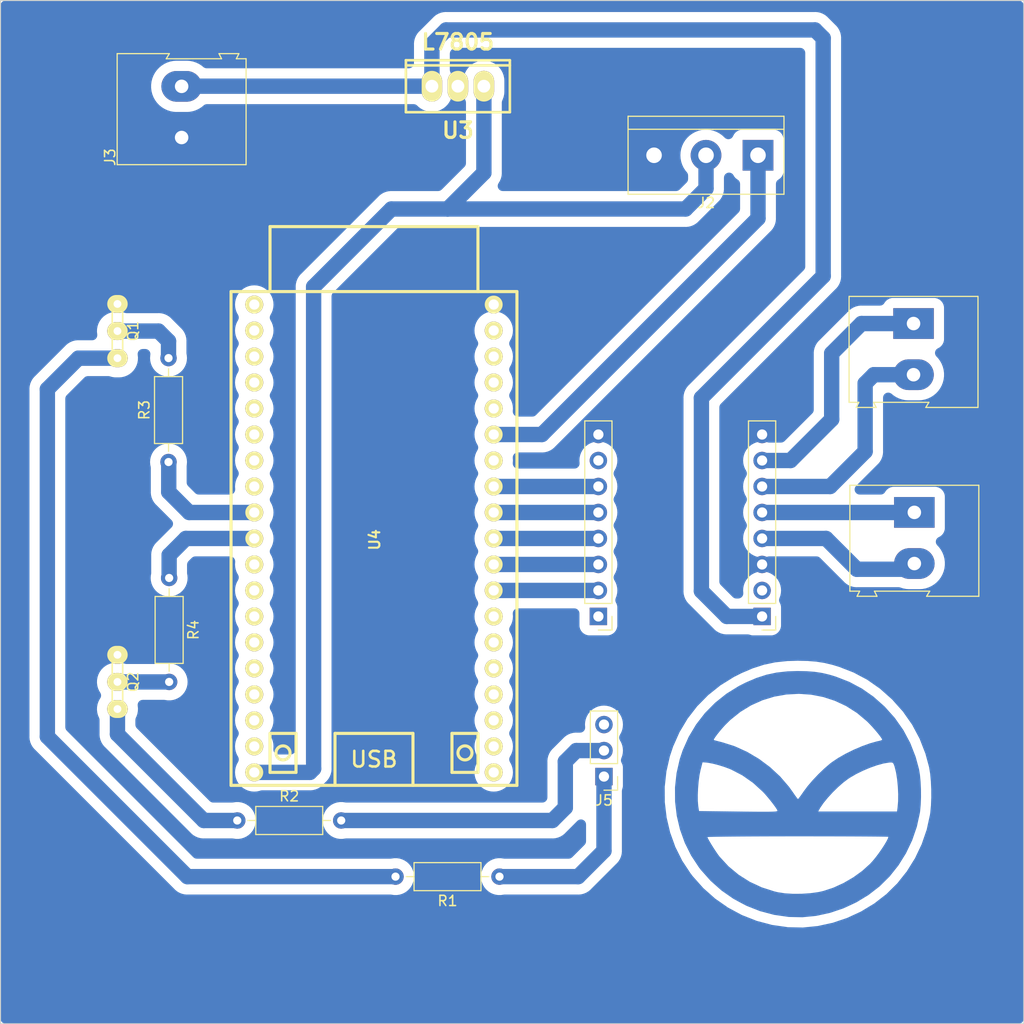
<source format=kicad_pcb>
(kicad_pcb (version 20221018) (generator pcbnew)
  (layers (0 "F.Cu" signal) (31 "B.Cu" signal) (34 "B.Paste" user) (35 "F.Paste" user) (36 "B.SilkS" user "B.Silkscreen") (37 "F.SilkS" user "F.Silkscreen") (38 "B.Mask" user) (39 "F.Mask" user) (44 "Edge.Cuts" user))
  (net 0 "")
  (net 1 "GND")
  (net 2 "/5v")
  (net 3 "/MO1")
  (net 4 "/MO2")
  (net 5 "/MO3")
  (net 14 "/MO4")
  (net 15 "/LED1")
  (net 16 "/LED2")
  (net 31 "/MA1")
  (net 36 "/LED3")
  (net 38 "/Vcc")
  (net 39 "/Servo")
  (net 40 "/MA2")
  (net 41 "/STBY")
  (net 42 "/MB1")
  (net 43 "/MB2")
  (net 46 "/LedS1")
  (net 47 "/LedS2")
  (net 48 "/LedS3")
  (net 49 "Net-(Q1-C)")
  (net 50 "Net-(Q2-C)")
  (net 51 "Net-(Q1-B)")
  (net 52 "Net-(Q2-B)")
  (footprint "EESTN5:ESP32_DEVKITC" (layer "F.Cu") (at 117.3 109.7 -90)
    (fp_text reference "U4" (at 0.127 -0.0635 90) (layer "F.SilkS") (effects (font (size 1.016 1.016) (thickness 0.2032))))
    (fp_text value "ESP32_DEVKITC" hide)
    (fp_text user "USB" (at 21.59 0) (layer "F.SilkS") (effects (font (size 1.524 1.524) (thickness 0.254))))
    (fp_line (start -30.48 -10.16) (end -30.48 10.16) (stroke (width 0.3048)) (layer "F.SilkS"))
    (fp_line (start -30.48 -10.16) (end -24.13 -10.16) (stroke (width 0.3048)) (layer "F.SilkS"))
    (fp_line (start -30.48 10.16) (end -24.13 10.16) (stroke (width 0.3048)) (layer "F.SilkS"))
    (fp_line (start -24.13 -13.97) (end -24.13 13.97) (stroke (width 0.3048)) (layer "F.SilkS"))
    (fp_line (start -24.13 -13.97) (end 24.13 -13.97) (stroke (width 0.3048)) (layer "F.SilkS"))
    (fp_line (start 19.05 -10.16) (end 19.05 -7.62) (stroke (width 0.3048)) (layer "F.SilkS"))
    (fp_line (start 19.05 -7.62) (end 22.86 -7.62) (stroke (width 0.3048)) (layer "F.SilkS"))
    (fp_line (start 19.05 -3.81) (end 19.05 3.81) (stroke (width 0.3048)) (layer "F.SilkS"))
    (fp_line (start 19.05 3.81) (end 24.13 3.81) (stroke (width 0.3048)) (layer "F.SilkS"))
    (fp_line (start 19.05 7.62) (end 22.86 7.62) (stroke (width 0.3048)) (layer "F.SilkS"))
    (fp_line (start 19.05 10.16) (end 19.05 7.62) (stroke (width 0.3048)) (layer "F.SilkS"))
    (fp_line (start 22.86 -10.16) (end 19.05 -10.16) (stroke (width 0.3048)) (layer "F.SilkS"))
    (fp_line (start 22.86 -7.62) (end 22.86 -10.16) (stroke (width 0.3048)) (layer "F.SilkS"))
    (fp_line (start 22.86 7.62) (end 22.86 10.16) (stroke (width 0.3048)) (layer "F.SilkS"))
    (fp_line (start 22.86 10.16) (end 19.05 10.16) (stroke (width 0.3048)) (layer "F.SilkS"))
    (fp_line (start 24.13 -3.81) (end 19.05 -3.81) (stroke (width 0.3048)) (layer "F.SilkS"))
    (fp_line (start 24.13 13.97) (end -24.13 13.97) (stroke (width 0.3048)) (layer "F.SilkS"))
    (fp_line (start 24.13 13.97) (end 24.13 -13.97) (stroke (width 0.3048)) (layer "F.SilkS"))
    (fp_circle (center 20.955 -8.89) (end 21.5265 -8.509) (stroke (width 0.3048)) (fill none) (layer "F.SilkS"))
    (fp_circle (center 20.955 8.89) (end 21.5265 9.271) (stroke (width 0.3048)) (fill none) (layer "F.SilkS"))
    (pad "1" thru_hole circle (at -22.86 11.7 270) (size 1.75 1.75) (drill 1) (layers "*.Cu" "*.Mask" "F.SilkS"))
    (pad "2" thru_hole circle (at -20.32 11.7 270) (size 1.75 1.75) (drill 1) (layers "*.Cu" "*.Mask" "F.SilkS"))
    (pad "3" thru_hole circle (at -17.78 11.7 270) (size 1.75 1.75) (drill 1) (layers "*.Cu" "*.Mask" "F.SilkS"))
    (pad "4" thru_hole circle (at -15.24 11.7 270) (size 1.75 1.75) (drill 1) (layers "*.Cu" "*.Mask" "F.SilkS"))
    (pad "5" thru_hole circle (at -12.7 11.7 270) (size 1.75 1.75) (drill 1) (layers "*.Cu" "*.Mask" "F.SilkS"))
    (pad "6" thru_hole circle (at -10.16 11.7 270) (size 1.75 1.75) (drill 1) (layers "*.Cu" "*.Mask" "F.SilkS"))
    (pad "7" thru_hole circle (at -7.62 11.7 270) (size 1.75 1.75) (drill 1) (layers "*.Cu" "*.Mask" "F.SilkS"))
    (pad "8" thru_hole circle (at -5.08 11.7 270) (size 1.75 1.75) (drill 1) (layers "*.Cu" "*.Mask" "F.SilkS"))
    (pad "9" thru_hole circle (at -2.54 11.7 270) (size 1.75 1.75) (drill 1) (layers "*.Cu" "*.Mask" "F.SilkS") (net 15 "/LED1"))
    (pad "10" thru_hole circle (at 0 11.7 270) (size 1.75 1.75) (drill 1) (layers "*.Cu" "*.Mask" "F.SilkS") (net 16 "/LED2"))
    (pad "11" thru_hole circle (at 2.54 11.7 270) (size 1.75 1.75) (drill 1) (layers "*.Cu" "*.Mask" "F.SilkS") (net 36 "/LED3"))
    (pad "12" thru_hole circle (at 5.08 11.7 270) (size 1.75 1.75) (drill 1) (layers "*.Cu" "*.Mask" "F.SilkS"))
    (pad "13" thru_hole circle (at 7.62 11.7 270) (size 1.75 1.75) (drill 1) (layers "*.Cu" "*.Mask" "F.SilkS"))
    (pad "14" thru_hole circle (at 10.16 11.7 270) (size 1.75 1.75) (drill 1) (layers "*.Cu" "*.Mask" "F.SilkS"))
    (pad "15" thru_hole circle (at 12.7 11.7 270) (size 1.75 1.75) (drill 1) (layers "*.Cu" "*.Mask" "F.SilkS"))
    (pad "16" thru_hole circle (at 15.24 11.7 270) (size 1.75 1.75) (drill 1) (layers "*.Cu" "*.Mask" "F.SilkS"))
    (pad "17" thru_hole circle (at 17.78 11.7 270) (size 1.75 1.75) (drill 1) (layers "*.Cu" "*.Mask" "F.SilkS"))
    (pad "18" thru_hole circle (at 20.32 11.7 270) (size 1.75 1.75) (drill 1) (layers "*.Cu" "*.Mask" "F.SilkS"))
    (pad "19" thru_hole circle (at 22.86 11.7 270) (size 1.75 1.75) (drill 1) (layers "*.Cu" "*.Mask" "F.SilkS") (net 2 "/5v"))
    (pad "20" thru_hole circle (at 22.86 -11.7 90) (size 1.75 1.75) (drill 1) (layers "*.Cu" "*.Mask" "F.SilkS"))
    (pad "21" thru_hole circle (at 20.32 -11.7 90) (size 1.75 1.75) (drill 1) (layers "*.Cu" "*.Mask" "F.SilkS"))
    (pad "22" thru_hole circle (at 17.78 -11.7 90) (size 1.75 1.75) (drill 1) (layers "*.Cu" "*.Mask" "F.SilkS"))
    (pad "23" thru_hole circle (at 15.24 -11.7 90) (size 1.75 1.75) (drill 1) (layers "*.Cu" "*.Mask" "F.SilkS"))
    (pad "24" thru_hole circle (at 12.7 -11.7 90) (size 1.75 1.75) (drill 1) (layers "*.Cu" "*.Mask" "F.SilkS"))
    (pad "25" thru_hole circle (at 10.16 -11.7 90) (size 1.75 1.75) (drill 1) (layers "*.Cu" "*.Mask" "F.SilkS"))
    (pad "26" thru_hole circle (at 7.62 -11.7 90) (size 1.75 1.75) (drill 1) (layers "*.Cu" "*.Mask" "F.SilkS"))
    (pad "27" thru_hole circle (at 5.08 -11.7 90) (size 1.75 1.75) (drill 1) (layers "*.Cu" "*.Mask" "F.SilkS") (net 40 "/MA2"))
    (pad "28" thru_hole circle (at 2.54 -11.7 90) (size 1.75 1.75) (drill 1) (layers "*.Cu" "*.Mask" "F.SilkS") (net 31 "/MA1"))
    (pad "29" thru_hole circle (at 0 -11.7 90) (size 1.75 1.75) (drill 1) (layers "*.Cu" "*.Mask" "F.SilkS") (net 41 "/STBY"))
    (pad "30" thru_hole circle (at -2.54 -11.7 90) (size 1.75 1.75) (drill 1) (layers "*.Cu" "*.Mask" "F.SilkS") (net 42 "/MB1"))
    (pad "31" thru_hole circle (at -5.08 -11.7 90) (size 1.75 1.75) (drill 1) (layers "*.Cu" "*.Mask" "F.SilkS") (net 43 "/MB2"))
    (pad "32" thru_hole circle (at -7.62 -11.7 90) (size 1.75 1.75) (drill 1) (layers "*.Cu" "*.Mask" "F.SilkS"))
    (pad "33" thru_hole circle (at -10.16 -11.7 90) (size 1.75 1.75) (drill 1) (layers "*.Cu" "*.Mask" "F.SilkS") (net 39 "/Servo"))
    (pad "34" thru_hole circle (at -12.7 -11.7 90) (size 1.75 1.75) (drill 1) (layers "*.Cu" "*.Mask" "F.SilkS"))
    (pad "35" thru_hole circle (at -15.24 -11.7 90) (size 1.75 1.75) (drill 1) (layers "*.Cu" "*.Mask" "F.SilkS"))
    (pad "36" thru_hole circle (at -17.78 -11.7 90) (size 1.75 1.75) (drill 1) (layers "*.Cu" "*.Mask" "F.SilkS"))
    (pad "37" thru_hole circle (at -20.32 -11.7 90) (size 1.75 1.75) (drill 1) (layers "*.Cu" "*.Mask" "F.SilkS"))
    (pad "38" thru_hole circle (at -22.86 -11.7 90) (size 1.75 1.75) (drill 1) (layers "*.Cu" "*.Mask" "F.SilkS") (net 1 "GND"))
  )
  (footprint "EESTN5:TO-20" (layer "F.Cu") (at 92.23 89.43 90)
    (fp_text reference "Q1" (at 0 1.524 90) (layer "F.SilkS"))
    (fp_text value "BC548")
    (fp_line (start -3.048 -0.508) (end 3.048 -0.508) (stroke (width 0.15)) (layer "F.SilkS"))
    (fp_line (start -3.048 0.508) (end -3.048 -0.508) (stroke (width 0.15)) (layer "F.SilkS"))
    (fp_line (start 3.048 -0.508) (end 3.048 0.508) (stroke (width 0.15)) (layer "F.SilkS"))
    (fp_line (start 3.048 0.508) (end -3.048 0.508) (stroke (width 0.15)) (layer "F.SilkS"))
    (pad "1" thru_hole oval (at -2.65 0 90) (size 1.75 2) (drill 0.762) (layers "*.Cu" "*.Mask" "F.SilkS") (net 49 "Net-(Q1-C)"))
    (pad "2" thru_hole oval (at 0 0 90) (size 1.75 2) (drill 0.762) (layers "*.Cu" "*.Mask" "F.SilkS") (net 51 "Net-(Q1-B)"))
    (pad "3" thru_hole oval (at 2.65 0 90) (size 1.75 2) (drill 0.762) (layers "*.Cu" "*.Mask" "F.SilkS") (net 1 "GND"))
  )
  (footprint "TerminalBlock:TerminalBlock_Altech_AK300-2_P5.00mm" (layer "F.Cu") (at 170.11 107.15 -90)
    (fp_text reference "J4" hide)
    (fp_text value "Motor2")
    (fp_line (start -2.65 -6.3) (end -2.65 6.3) (stroke (width 0.12)) (layer "F.SilkS"))
    (fp_line (start -2.65 6.3) (end 7.7 6.3) (stroke (width 0.12)) (layer "F.SilkS"))
    (fp_line (start 7.7 -1.5) (end 8.2 -1.2) (stroke (width 0.12)) (layer "F.SilkS"))
    (fp_line (start 7.7 3.9) (end 7.7 -1.5) (stroke (width 0.12)) (layer "F.SilkS"))
    (fp_line (start 7.7 5.35) (end 8.2 5.6) (stroke (width 0.12)) (layer "F.SilkS"))
    (fp_line (start 7.7 6.3) (end 7.7 5.35) (stroke (width 0.12)) (layer "F.SilkS"))
    (fp_line (start 8.2 -6.3) (end -2.65 -6.3) (stroke (width 0.12)) (layer "F.SilkS"))
    (fp_line (start 8.2 -1.2) (end 8.2 -6.3) (stroke (width 0.12)) (layer "F.SilkS"))
    (fp_line (start 8.2 3.65) (end 7.7 3.9) (stroke (width 0.12)) (layer "F.SilkS"))
    (fp_line (start 8.2 3.7) (end 8.2 3.65) (stroke (width 0.12)) (layer "F.SilkS"))
    (fp_line (start 8.2 5.6) (end 8.2 3.7) (stroke (width 0.12)) (layer "F.SilkS"))
    (pad "1" thru_hole rect (at 0 0 270) (size 3 3.96) (drill 1.32) (layers "*.Cu" "*.Mask") (net 4 "/MO2"))
    (pad "2" thru_hole oval (at 5 0 270) (size 3 3.96) (drill 1.32) (layers "*.Cu" "*.Mask") (net 3 "/MO1"))
  )
  (footprint "EESTN5:TO-20" (layer "F.Cu") (at 92.23 123.72 90)
    (fp_text reference "Q2" (at 0 1.524 90) (layer "F.SilkS"))
    (fp_text value "BC548")
    (fp_line (start -3.048 -0.508) (end 3.048 -0.508) (stroke (width 0.15)) (layer "F.SilkS"))
    (fp_line (start -3.048 0.508) (end -3.048 -0.508) (stroke (width 0.15)) (layer "F.SilkS"))
    (fp_line (start 3.048 -0.508) (end 3.048 0.508) (stroke (width 0.15)) (layer "F.SilkS"))
    (fp_line (start 3.048 0.508) (end -3.048 0.508) (stroke (width 0.15)) (layer "F.SilkS"))
    (pad "1" thru_hole oval (at -2.65 0 90) (size 1.75 2) (drill 0.762) (layers "*.Cu" "*.Mask" "F.SilkS") (net 50 "Net-(Q2-C)"))
    (pad "2" thru_hole oval (at 0 0 90) (size 1.75 2) (drill 0.762) (layers "*.Cu" "*.Mask" "F.SilkS") (net 52 "Net-(Q2-B)"))
    (pad "3" thru_hole oval (at 2.65 0 90) (size 1.75 2) (drill 0.762) (layers "*.Cu" "*.Mask" "F.SilkS") (net 1 "GND"))
  )
  (footprint "Resistor_THT:R_Axial_DIN0207_L6.3mm_D2.5mm_P10.16mm_Horizontal" (layer "F.Cu") (at 129.5654 142.748 180)
    (fp_text reference "R1" (at 5.08 -2.37) (layer "F.SilkS"))
    (fp_text value "R_Led")
    (fp_line (start 1.04 0) (end 1.81 0) (stroke (width 0.12)) (layer "F.SilkS"))
    (fp_line (start 1.81 -1.37) (end 1.81 1.37) (stroke (width 0.12)) (layer "F.SilkS"))
    (fp_line (start 1.81 1.37) (end 8.35 1.37) (stroke (width 0.12)) (layer "F.SilkS"))
    (fp_line (start 8.35 -1.37) (end 1.81 -1.37) (stroke (width 0.12)) (layer "F.SilkS"))
    (fp_line (start 8.35 1.37) (end 8.35 -1.37) (stroke (width 0.12)) (layer "F.SilkS"))
    (fp_line (start 9.12 0) (end 8.35 0) (stroke (width 0.12)) (layer "F.SilkS"))
    (pad "1" thru_hole circle (at 0 0 180) (size 1.6 1.6) (drill 0.8) (layers "*.Cu" "*.Mask") (net 46 "/LedS1"))
    (pad "2" thru_hole oval (at 10.16 0 180) (size 1.6 1.6) (drill 0.8) (layers "*.Cu" "*.Mask") (net 49 "Net-(Q1-C)"))
  )
  (footprint "Connector_PinHeader_2.54mm:PinHeader_1x03_P2.54mm_Vertical" (layer "F.Cu") (at 139.7762 132.969 180)
    (fp_text reference "J5" (at 0 -2.33) (layer "F.SilkS"))
    (fp_text value "SalidaLuces")
    (fp_line (start -1.33 -1.33) (end 0 -1.33) (stroke (width 0.12)) (layer "F.SilkS"))
    (fp_line (start -1.33 0) (end -1.33 -1.33) (stroke (width 0.12)) (layer "F.SilkS"))
    (fp_line (start -1.33 1.27) (end -1.33 6.41) (stroke (width 0.12)) (layer "F.SilkS"))
    (fp_line (start -1.33 1.27) (end 1.33 1.27) (stroke (width 0.12)) (layer "F.SilkS"))
    (fp_line (start -1.33 6.41) (end 1.33 6.41) (stroke (width 0.12)) (layer "F.SilkS"))
    (fp_line (start 1.33 1.27) (end 1.33 6.41) (stroke (width 0.12)) (layer "F.SilkS"))
    (pad "1" thru_hole rect (at 0 0 180) (size 1.7 1.7) (drill 1) (layers "*.Cu" "*.Mask") (net 46 "/LedS1"))
    (pad "2" thru_hole oval (at 0 2.54 180) (size 1.7 1.7) (drill 1) (layers "*.Cu" "*.Mask") (net 47 "/LedS2"))
    (pad "3" thru_hole oval (at 0 5.08 180) (size 1.7 1.7) (drill 1) (layers "*.Cu" "*.Mask") (net 48 "/LedS3"))
  )
  (footprint "TerminalBlock:TerminalBlock_Altech_AK300-2_P5.00mm" (layer "F.Cu") (at 98.5 70.515 90)
    (fp_text reference "J3" (at -1.92 -6.99 90) (layer "F.SilkS"))
    (fp_text value "BateriadeNotebook")
    (fp_line (start -2.65 -6.3) (end -2.65 6.3) (stroke (width 0.12)) (layer "F.SilkS"))
    (fp_line (start -2.65 6.3) (end 7.7 6.3) (stroke (width 0.12)) (layer "F.SilkS"))
    (fp_line (start 7.7 -1.5) (end 8.2 -1.2) (stroke (width 0.12)) (layer "F.SilkS"))
    (fp_line (start 7.7 3.9) (end 7.7 -1.5) (stroke (width 0.12)) (layer "F.SilkS"))
    (fp_line (start 7.7 5.35) (end 8.2 5.6) (stroke (width 0.12)) (layer "F.SilkS"))
    (fp_line (start 7.7 6.3) (end 7.7 5.35) (stroke (width 0.12)) (layer "F.SilkS"))
    (fp_line (start 8.2 -6.3) (end -2.65 -6.3) (stroke (width 0.12)) (layer "F.SilkS"))
    (fp_line (start 8.2 -1.2) (end 8.2 -6.3) (stroke (width 0.12)) (layer "F.SilkS"))
    (fp_line (start 8.2 3.65) (end 7.7 3.9) (stroke (width 0.12)) (layer "F.SilkS"))
    (fp_line (start 8.2 3.7) (end 8.2 3.65) (stroke (width 0.12)) (layer "F.SilkS"))
    (fp_line (start 8.2 5.6) (end 8.2 3.7) (stroke (width 0.12)) (layer "F.SilkS"))
    (pad "1" thru_hole rect (at 0 0 90) (size 3 3.96) (drill 1.32) (layers "*.Cu" "*.Mask") (net 1 "GND"))
    (pad "2" thru_hole oval (at 5 0 90) (size 3 3.96) (drill 1.32) (layers "*.Cu" "*.Mask") (net 38 "/Vcc"))
  )
  (footprint "TerminalBlock:TerminalBlock_bornier-3_P5.08mm" (layer "F.Cu") (at 154.83 72.25 180)
    (fp_text reference "J2" (at 5.05 -4.65) (layer "F.SilkS"))
    (fp_text value "Servo")
    (fp_line (start -2.54 -3.81) (end 12.7 -3.81) (stroke (width 0.12)) (layer "F.SilkS"))
    (fp_line (start -2.54 2.54) (end 12.7 2.54) (stroke (width 0.12)) (layer "F.SilkS"))
    (fp_line (start -2.54 3.81) (end -2.54 -3.81) (stroke (width 0.12)) (layer "F.SilkS"))
    (fp_line (start -2.54 3.81) (end 12.7 3.81) (stroke (width 0.12)) (layer "F.SilkS"))
    (fp_line (start 12.7 3.81) (end 12.7 -3.81) (stroke (width 0.12)) (layer "F.SilkS"))
    (pad "1" thru_hole rect (at 0 0 180) (size 3 3) (drill 1.52) (layers "*.Cu" "*.Mask") (net 39 "/Servo"))
    (pad "2" thru_hole circle (at 5.08 0 180) (size 3 3) (drill 1.52) (layers "*.Cu" "*.Mask") (net 2 "/5v"))
    (pad "3" thru_hole circle (at 10.16 0 180) (size 3 3) (drill 1.52) (layers "*.Cu" "*.Mask") (net 1 "GND"))
  )
  (footprint "TerminalBlock:TerminalBlock_Altech_AK300-2_P5.00mm" (layer "F.Cu") (at 170.03 88.695 -90)
    (fp_text reference "J1" hide)
    (fp_text value "Motor1")
    (fp_line (start -2.65 -6.3) (end -2.65 6.3) (stroke (width 0.12)) (layer "F.SilkS"))
    (fp_line (start -2.65 6.3) (end 7.7 6.3) (stroke (width 0.12)) (layer "F.SilkS"))
    (fp_line (start 7.7 -1.5) (end 8.2 -1.2) (stroke (width 0.12)) (layer "F.SilkS"))
    (fp_line (start 7.7 3.9) (end 7.7 -1.5) (stroke (width 0.12)) (layer "F.SilkS"))
    (fp_line (start 7.7 5.35) (end 8.2 5.6) (stroke (width 0.12)) (layer "F.SilkS"))
    (fp_line (start 7.7 6.3) (end 7.7 5.35) (stroke (width 0.12)) (layer "F.SilkS"))
    (fp_line (start 8.2 -6.3) (end -2.65 -6.3) (stroke (width 0.12)) (layer "F.SilkS"))
    (fp_line (start 8.2 -1.2) (end 8.2 -6.3) (stroke (width 0.12)) (layer "F.SilkS"))
    (fp_line (start 8.2 3.65) (end 7.7 3.9) (stroke (width 0.12)) (layer "F.SilkS"))
    (fp_line (start 8.2 3.7) (end 8.2 3.65) (stroke (width 0.12)) (layer "F.SilkS"))
    (fp_line (start 8.2 5.6) (end 8.2 3.7) (stroke (width 0.12)) (layer "F.SilkS"))
    (pad "1" thru_hole rect (at 0 0 270) (size 3 3.96) (drill 1.32) (layers "*.Cu" "*.Mask") (net 14 "/MO4"))
    (pad "2" thru_hole oval (at 5 0 270) (size 3 3.96) (drill 1.32) (layers "*.Cu" "*.Mask") (net 5 "/MO3"))
  )
  (footprint "Connector_PinHeader_2.54mm:PinHeader_1x08_P2.54mm_Vertical" (layer "F.Cu") (at 139.23 117.32 180)
    (fp_text reference "J7" hide)
    (fp_text value "DRV883_I")
    (fp_line (start -1.33 -1.33) (end 0 -1.33) (stroke (width 0.12)) (layer "F.SilkS"))
    (fp_line (start -1.33 0) (end -1.33 -1.33) (stroke (width 0.12)) (layer "F.SilkS"))
    (fp_line (start -1.33 1.27) (end -1.33 19.11) (stroke (width 0.12)) (layer "F.SilkS"))
    (fp_line (start -1.33 1.27) (end 1.33 1.27) (stroke (width 0.12)) (layer "F.SilkS"))
    (fp_line (start -1.33 19.11) (end 1.33 19.11) (stroke (width 0.12)) (layer "F.SilkS"))
    (fp_line (start 1.33 1.27) (end 1.33 19.11) (stroke (width 0.12)) (layer "F.SilkS"))
    (pad "1" thru_hole rect (at 0 0 180) (size 1.7 1.7) (drill 1) (layers "*.Cu" "*.Mask"))
    (pad "2" thru_hole oval (at 0 2.54 180) (size 1.7 1.7) (drill 1) (layers "*.Cu" "*.Mask") (net 40 "/MA2"))
    (pad "3" thru_hole oval (at 0 5.08 180) (size 1.7 1.7) (drill 1) (layers "*.Cu" "*.Mask") (net 31 "/MA1"))
    (pad "4" thru_hole oval (at 0 7.62 180) (size 1.7 1.7) (drill 1) (layers "*.Cu" "*.Mask") (net 41 "/STBY"))
    (pad "5" thru_hole oval (at 0 10.16 180) (size 1.7 1.7) (drill 1) (layers "*.Cu" "*.Mask") (net 42 "/MB1"))
    (pad "6" thru_hole oval (at 0 12.7 180) (size 1.7 1.7) (drill 1) (layers "*.Cu" "*.Mask") (net 43 "/MB2"))
    (pad "7" thru_hole oval (at 0 15.24 180) (size 1.7 1.7) (drill 1) (layers "*.Cu" "*.Mask"))
    (pad "8" thru_hole oval (at 0 17.78 180) (size 1.7 1.7) (drill 1) (layers "*.Cu" "*.Mask") (net 1 "GND"))
  )
  (footprint "Resistor_THT:R_Axial_DIN0207_L6.3mm_D2.5mm_P10.16mm_Horizontal" (layer "F.Cu") (at 103.9368 137.2616)
    (fp_text reference "R2" (at 5.08 -2.37) (layer "F.SilkS"))
    (fp_text value "R_Led")
    (fp_line (start 1.04 0) (end 1.81 0) (stroke (width 0.12)) (layer "F.SilkS"))
    (fp_line (start 1.81 -1.37) (end 1.81 1.37) (stroke (width 0.12)) (layer "F.SilkS"))
    (fp_line (start 1.81 1.37) (end 8.35 1.37) (stroke (width 0.12)) (layer "F.SilkS"))
    (fp_line (start 8.35 -1.37) (end 1.81 -1.37) (stroke (width 0.12)) (layer "F.SilkS"))
    (fp_line (start 8.35 1.37) (end 8.35 -1.37) (stroke (width 0.12)) (layer "F.SilkS"))
    (fp_line (start 9.12 0) (end 8.35 0) (stroke (width 0.12)) (layer "F.SilkS"))
    (pad "1" thru_hole circle (at 0 0) (size 1.6 1.6) (drill 0.8) (layers "*.Cu" "*.Mask") (net 50 "Net-(Q2-C)"))
    (pad "2" thru_hole oval (at 10.16 0) (size 1.6 1.6) (drill 0.8) (layers "*.Cu" "*.Mask") (net 47 "/LedS2"))
  )
  (footprint "Connector_PinHeader_2.54mm:PinHeader_1x08_P2.54mm_Vertical" (layer "F.Cu") (at 155.23 117.32 180)
    (fp_text reference "J6" hide)
    (fp_text value "DRV8833_O")
    (fp_line (start -1.33 -1.33) (end 0 -1.33) (stroke (width 0.12)) (layer "F.SilkS"))
    (fp_line (start -1.33 0) (end -1.33 -1.33) (stroke (width 0.12)) (layer "F.SilkS"))
    (fp_line (start -1.33 1.27) (end -1.33 19.11) (stroke (width 0.12)) (layer "F.SilkS"))
    (fp_line (start -1.33 1.27) (end 1.33 1.27) (stroke (width 0.12)) (layer "F.SilkS"))
    (fp_line (start -1.33 19.11) (end 1.33 19.11) (stroke (width 0.12)) (layer "F.SilkS"))
    (fp_line (start 1.33 1.27) (end 1.33 19.11) (stroke (width 0.12)) (layer "F.SilkS"))
    (pad "1" thru_hole rect (at 0 0 180) (size 1.7 1.7) (drill 1) (layers "*.Cu" "*.Mask") (net 38 "/Vcc"))
    (pad "2" thru_hole oval (at 0 2.54 180) (size 1.7 1.7) (drill 1) (layers "*.Cu" "*.Mask"))
    (pad "3" thru_hole oval (at 0 5.08 180) (size 1.7 1.7) (drill 1) (layers "*.Cu" "*.Mask") (net 1 "GND"))
    (pad "4" thru_hole oval (at 0 7.62 180) (size 1.7 1.7) (drill 1) (layers "*.Cu" "*.Mask") (net 3 "/MO1"))
    (pad "5" thru_hole oval (at 0 10.16 180) (size 1.7 1.7) (drill 1) (layers "*.Cu" "*.Mask") (net 4 "/MO2"))
    (pad "6" thru_hole oval (at 0 12.7 180) (size 1.7 1.7) (drill 1) (layers "*.Cu" "*.Mask") (net 5 "/MO3"))
    (pad "7" thru_hole oval (at 0 15.24 180) (size 1.7 1.7) (drill 1) (layers "*.Cu" "*.Mask") (net 14 "/MO4"))
    (pad "8" thru_hole oval (at 0 17.78 180) (size 1.7 1.7) (drill 1) (layers "*.Cu" "*.Mask") (net 1 "GND"))
  )
  (footprint "Resistor_THT:R_Axial_DIN0207_L6.3mm_D2.5mm_P10.16mm_Horizontal" (layer "F.Cu") (at 97.22 102.23 90)
    (fp_text reference "R3" (at 5.08 -2.37 90) (layer "F.SilkS"))
    (fp_text value "R_Led")
    (fp_line (start 1.04 0) (end 1.81 0) (stroke (width 0.12)) (layer "F.SilkS"))
    (fp_line (start 1.81 -1.37) (end 1.81 1.37) (stroke (width 0.12)) (layer "F.SilkS"))
    (fp_line (start 1.81 1.37) (end 8.35 1.37) (stroke (width 0.12)) (layer "F.SilkS"))
    (fp_line (start 8.35 -1.37) (end 1.81 -1.37) (stroke (width 0.12)) (layer "F.SilkS"))
    (fp_line (start 8.35 1.37) (end 8.35 -1.37) (stroke (width 0.12)) (layer "F.SilkS"))
    (fp_line (start 9.12 0) (end 8.35 0) (stroke (width 0.12)) (layer "F.SilkS"))
    (pad "1" thru_hole circle (at 0 0 90) (size 1.6 1.6) (drill 0.8) (layers "*.Cu" "*.Mask") (net 15 "/LED1"))
    (pad "2" thru_hole oval (at 10.16 0 90) (size 1.6 1.6) (drill 0.8) (layers "*.Cu" "*.Mask") (net 51 "Net-(Q1-B)"))
  )
  (footprint "Resistor_THT:R_Axial_DIN0207_L6.3mm_D2.5mm_P10.16mm_Horizontal" (layer "F.Cu") (at 97.28 113.56 -90)
    (fp_text reference "R4" (at 5.08 -2.37 90) (layer "F.SilkS"))
    (fp_text value "R_Led")
    (fp_line (start 1.04 0) (end 1.81 0) (stroke (width 0.12)) (layer "F.SilkS"))
    (fp_line (start 1.81 -1.37) (end 1.81 1.37) (stroke (width 0.12)) (layer "F.SilkS"))
    (fp_line (start 1.81 1.37) (end 8.35 1.37) (stroke (width 0.12)) (layer "F.SilkS"))
    (fp_line (start 8.35 -1.37) (end 1.81 -1.37) (stroke (width 0.12)) (layer "F.SilkS"))
    (fp_line (start 8.35 1.37) (end 8.35 -1.37) (stroke (width 0.12)) (layer "F.SilkS"))
    (fp_line (start 9.12 0) (end 8.35 0) (stroke (width 0.12)) (layer "F.SilkS"))
    (pad "1" thru_hole circle (at 0 0 270) (size 1.6 1.6) (drill 0.8) (layers "*.Cu" "*.Mask") (net 16 "/LED2"))
    (pad "2" thru_hole oval (at 10.16 0 270) (size 1.6 1.6) (drill 0.8) (layers "*.Cu" "*.Mask") (net 52 "Net-(Q2-B)"))
  )
  (footprint "LOGO" (layer "F.Cu") (at 158.73 134.65)
    (fp_text reference "G***" hide)
    (fp_text value "LOGO" hide)
    (fp_poly (pts (xy 0.862652 -11.978673) (xy 1.654496 -11.917105) (xy 2.387586 -11.803158) (xy 3.117322 -11.628755) (xy 3.710445 -11.448624) (xy 5.030354 -10.934499) (xy 6.252514 -10.283702) (xy 7.392596 -9.486582) (xy 8.466272 -8.533489) (xy 8.501789 -8.498234) (xy 9.477422 -7.407794) (xy 10.304034 -6.228783) (xy 10.981326 -4.961748) (xy 11.508998 -3.607236) (xy 11.835679 -2.405478) (xy 11.927942 -1.851525) (xy 11.991966 -1.177369) (xy 12.026722 -0.434038) (xy 12.031178 0.32744) (xy 12.004306 1.056038) (xy 11.945075 1.700729) (xy 11.921838 1.863823) (xy 11.623748 3.226455) (xy 11.168289 4.549684) (xy 10.566459 5.813405) (xy 9.829256 6.997515) (xy 8.967675 8.08191) (xy 7.992856 9.046363) (xy 6.896823 9.89536) (xy 5.708418 10.61554) (xy 4.448276 11.199951) (xy 3.137028 11.641639) (xy 1.795306 11.933651) (xy 0.443743 12.069033) (xy -0.893456 12.041133) (xy -2.329697 11.835282) (xy -3.717123 11.467517) (xy -5.043385 10.944647) (xy -6.296129 10.273484) (xy -7.463003 9.460838) (xy -8.531656 8.513519) (xy -9.489736 7.438338) (xy -9.673291 7.200187) (xy -10.438049 6.040566) (xy -11.05598 4.80167) (xy -11.260451 4.233945) (xy -8.84232 4.233945) (xy -8.796968 4.352022) (xy -8.675408 4.578168) (xy -8.499387 4.877396) (xy -8.290649 5.214717) (xy -8.070941 5.555144) (xy -7.862009 5.863688) (xy -7.685598 6.105362) (xy -7.655792 6.143014) (xy -6.781799 7.089279) (xy -5.792437 7.911742) (xy -4.702035 8.601657) (xy -3.524925 9.15028) (xy -2.275437 9.548864) (xy -1.950511 9.624675) (xy -1.269329 9.728516) (xy -0.480093 9.777633) (xy 0.361249 9.773544) (xy 1.198747 9.71777) (xy 1.976453 9.611829) (xy 2.470649 9.504638) (xy 3.463721 9.176646) (xy 4.458085 8.722189) (xy 5.414194 8.1653) (xy 6.292504 7.530012) (xy 7.053467 6.840356) (xy 7.306345 6.565925) (xy 7.596651 6.212874) (xy 7.895904 5.815209) (xy 8.184559 5.402933) (xy 8.443073 5.006051) (xy 8.651901 4.654568) (xy 8.791498 4.378486) (xy 8.842321 4.207891) (xy 8.757547 4.201423) (xy 8.510886 4.195219) (xy 8.11383 4.189341) (xy 7.57787 4.18385) (xy 6.914498 4.178805) (xy 6.135205 4.174269) (xy 5.251485 4.170301) (xy 4.274827 4.166964) (xy 3.216724 4.164316) (xy 2.088668 4.16242) (xy 0.90215 4.161336) (xy 0 4.161093) (xy -1.22214 4.161791) (xy -2.39426 4.163823) (xy -3.504868 4.167095) (xy -4.542473 4.171511) (xy -5.495582 4.176976) (xy -6.352704 4.183397) (xy -7.102348 4.190678) (xy -7.733021 4.198725) (xy -8.233232 4.207442) (xy -8.59149 4.216737) (xy -8.796302 4.226512) (xy -8.84232 4.233945) (xy -11.260451 4.233945) (xy -11.524798 3.499973) (xy -11.842215 2.151953) (xy -12.005947 0.774082) (xy -12.009694 0.102426) (xy -9.783607 0.102426) (xy -9.780635 0.69121) (xy -9.7434 1.16964) (xy -9.73701 1.213652) (xy -9.663544 1.690444) (xy -6.067096 1.733789) (xy -5.110526 1.74479) (xy -4.31334 1.752533) (xy -3.661571 1.75676) (xy -3.141249 1.757214) (xy -2.738408 1.753638) (xy -2.439078 1.745777) (xy -2.23636 1.733789) (xy 1.987757 1.733789) (xy 5.836703 1.733789) (xy 9.685649 1.733789) (xy 9.740777 1.331587) (xy 9.79214 0.725206) (xy 9.798901 0.032561) (xy 9.764936 -0.697203) (xy 9.694121 -1.414943) (xy 9.590333 -2.071514) (xy 9.457448 -2.617771) (xy 9.420354 -2.730716) (xy 9.334712 -2.946105) (xy 9.238219 -3.041513) (xy 9.067024 -3.057705) (xy 8.923314 -3.048039) (xy 8.384467 -2.961616) (xy 7.748156 -2.788044) (xy 7.05593 -2.543785) (xy 6.349338 -2.245303) (xy 5.669929 -1.90906) (xy 5.059251 -1.551521) (xy 4.928905 -1.465304) (xy 4.438217 -1.094879) (xy 3.91782 -0.637977) (xy 3.399829 -0.128571) (xy 2.916361 0.399367) (xy 2.499531 0.911861) (xy 2.181457 1.37494) (xy 2.089066 1.538738) (xy 1.987757 1.733789) (xy -2.23636 1.733789) (xy -2.229292 1.733371) (xy -2.09508 1.716166) (xy -2.022476 1.693903) (xy -1.997509 1.666326) (xy -1.997052 1.658933) (xy -2.053936 1.534423) (xy -2.201192 1.310445) (xy -2.414925 1.017926) (xy -2.671241 0.687794) (xy -2.946246 0.350978) (xy -3.216045 0.038405) (xy -3.415076 -0.176511) (xy -4.383505 -1.060806) (xy -5.427214 -1.793565) (xy -6.538176 -2.369253) (xy -6.687669 -2.432493) (xy -7.203774 -2.624519) (xy -7.763358 -2.798316) (xy -8.308891 -2.938318) (xy -8.782838 -3.028956) (xy -8.972354 -3.050697) (xy -9.319112 -3.077474) (xy -9.518713 -2.297269) (xy -9.61987 -1.796559) (xy -9.699932 -1.194407) (xy -9.755609 -0.543763) (xy -9.783607 0.102426) (xy -12.009694 0.102426) (xy -12.013708 -0.617163) (xy -11.86321 -2.005308) (xy -11.552169 -3.373877) (xy -11.261826 -4.247781) (xy -10.813664 -5.253852) (xy -8.222178 -5.253852) (xy -8.130338 -5.224711) (xy -7.909235 -5.164978) (xy -7.598069 -5.085075) (xy -7.419889 -5.04055) (xy -6.180282 -4.648376) (xy -4.967452 -4.099963) (xy -3.805774 -3.412436) (xy -2.719623 -2.602917) (xy -1.733377 -1.68853) (xy -0.87141 -0.6864) (xy -0.517235 -0.191572) (xy -0.311094 0.108731) (xy -0.139527 0.346136) (xy -0.025613 0.489383) (xy 0.006039 0.517206) (xy 0.07176 0.451103) (xy 0.210881 0.270063) (xy 0.401287 0.003847) (xy 0.567541 -0.238395) (xy 0.95763 -0.760271) (xy 1.450149 -1.334564) (xy 2.003076 -1.91781) (xy 2.574385 -2.466546) (xy 3.122052 -2.937308) (xy 3.337543 -3.103264) (xy 3.95715 -3.515771) (xy 4.681822 -3.924943) (xy 5.466466 -4.310501) (xy 6.265993 -4.652163) (xy 7.035309 -4.929647) (xy 7.729324 -5.122674) (xy 7.91041 -5.160022) (xy 8.118697 -5.213859) (xy 8.229808 -5.271778) (xy 8.235495 -5.284774) (xy 8.179399 -5.408018) (xy 8.027107 -5.627343) (xy 7.802614 -5.91387) (xy 7.529915 -6.238723) (xy 7.233006 -6.573023) (xy 6.935882 -6.887895) (xy 6.750896 -7.071443) (xy 5.779877 -7.887778) (xy 4.733351 -8.556617) (xy 3.626289 -9.078362) (xy 2.473666 -9.453412) (xy 1.290452 -9.68217) (xy 0.091622 -9.765036) (xy -1.107853 -9.702411) (xy -2.293001 -9.494697) (xy -3.448847 -9.142295) (xy -4.56042 -8.645605) (xy -5.612748 -8.005029) (xy -6.590857 -7.220969) (xy -7.118948 -6.699886) (xy -7.394283 -6.394752) (xy -7.661831 -6.07747) (xy -7.899973 -5.776374) (xy -8.087091 -5.519803) (xy -8.201567 -5.336091) (xy -8.222178 -5.253852) (xy -10.813664 -5.253852) (xy -10.679068 -5.556005) (xy -9.952646 -6.77149) (xy -9.090415 -7.885783) (xy -8.100224 -8.890427) (xy -6.989927 -9.776967) (xy -5.767374 -10.536948) (xy -5.114067 -10.867961) (xy -4.06943 -11.313852) (xy -3.069821 -11.63785) (xy -2.062794 -11.851622) (xy -0.995899 -11.966835) (xy -0.043344 -11.99594)) (fill solid) (layer "B.Cu"))
  )
  (footprint "EESTN5:TO-220" (layer "F.Cu") (at 125.5 65.5)
    (fp_text reference "U3" (at 0 4.318) (layer "F.SilkS") (effects (font (size 1.524 1.524) (thickness 0.3048))))
    (fp_text value "L7805" (at 0 -4.318) (layer "F.SilkS") (effects (font (size 1.524 1.524) (thickness 0.3048))))
    (fp_line (start -5.08 -2.54) (end -5.08 -1.27) (stroke (width 0.254)) (layer "F.SilkS"))
    (fp_line (start -5.08 -2.032) (end 5.08 -2.032) (stroke (width 0.254)) (layer "F.SilkS"))
    (fp_line (start -5.08 -1.27) (end -5.08 2.54) (stroke (width 0.254)) (layer "F.SilkS"))
    (fp_line (start -5.08 2.54) (end 5.08 2.54) (stroke (width 0.254)) (layer "F.SilkS"))
    (fp_line (start 5.08 -2.54) (end -5.08 -2.54) (stroke (width 0.254)) (layer "F.SilkS"))
    (fp_line (start 5.08 2.54) (end 5.08 -2.54) (stroke (width 0.254)) (layer "F.SilkS"))
    (pad "1" thru_hole oval (at -2.54 0) (size 2 3) (drill 1.24968) (layers "*.Cu" "*.Mask" "F.SilkS") (net 38 "/Vcc"))
    (pad "2" thru_hole oval (at 0 0) (size 2 3) (drill 1.24968) (layers "*.Cu" "*.Mask" "F.SilkS") (net 1 "GND"))
    (pad "3" thru_hole oval (at 2.54 0) (size 2 3) (drill 1.24968) (layers "*.Cu" "*.Mask" "F.SilkS") (net 2 "/5v"))
  )
  (gr_rect (start 80.8 57.125) (end 180.8 157.125) (stroke (width 0.1)) (fill none) (layer "Edge.Cuts"))
  (segment (start 147.75 77.5) (end 124.5 77.5) (width 1.5) (layer "B.Cu") (net 2))
  (segment (start 105.6 132.56) (end 111.04 132.56) (width 1.5) (layer "B.Cu") (net 2))
  (segment (start 149.75 75.5) (end 147.75 77.5) (width 1.5) (layer "B.Cu") (net 2))
  (segment (start 128.04 73.96) (end 128.04 65.5) (width 1.5) (layer "B.Cu") (net 2))
  (segment (start 111.4 85.1) (end 119 77.5) (width 1.5) (layer "B.Cu") (net 2))
  (segment (start 149.75 72.25) (end 149.75 75.5) (width 1.5) (layer "B.Cu") (net 2))
  (segment (start 111.04 132.56) (end 111.4 132.2) (width 1.5) (layer "B.Cu") (net 2))
  (segment (start 111.4 132.2) (end 111.4 85.1) (width 1.5) (layer "B.Cu") (net 2))
  (segment (start 124.5 77.5) (end 128.04 73.96) (width 1.5) (layer "B.Cu") (net 2))
  (segment (start 119 77.5) (end 124.5 77.5) (width 1.5) (layer "B.Cu") (net 2))
  (segment (start 161.48 109.7) (end 164.49 112.71) (width 1.5) (layer "B.Cu") (net 3))
  (segment (start 164.49 112.71) (end 170.27 112.71) (width 1.5) (layer "B.Cu") (net 3))
  (segment (start 155.23 109.7) (end 161.48 109.7) (width 1.5) (layer "B.Cu") (net 3))
  (segment (start 170.1 107.16) (end 170.11 107.15) (width 1.5) (layer "B.Cu") (net 4))
  (segment (start 155.23 107.16) (end 170.1 107.16) (width 1.5) (layer "B.Cu") (net 4))
  (segment (start 166.155 93.695) (end 170.03 93.695) (width 1.5) (layer "B.Cu") (net 5))
  (segment (start 161.88 104.62) (end 165.3 101.2) (width 1.5) (layer "B.Cu") (net 5))
  (segment (start 165.3 101.2) (end 165.3 94.55) (width 1.5) (layer "B.Cu") (net 5))
  (segment (start 165.3 94.55) (end 166.155 93.695) (width 1.5) (layer "B.Cu") (net 5))
  (segment (start 155.23 104.62) (end 161.88 104.62) (width 1.5) (layer "B.Cu") (net 5))
  (segment (start 155.23 102.08) (end 158.01 102.08) (width 1.5) (layer "B.Cu") (net 14))
  (segment (start 158.01 102.08) (end 162.03 98.06) (width 1.5) (layer "B.Cu") (net 14))
  (segment (start 164.945 88.695) (end 170.03 88.695) (width 1.5) (layer "B.Cu") (net 14))
  (segment (start 162.03 91.61) (end 164.945 88.695) (width 1.5) (layer "B.Cu") (net 14))
  (segment (start 162.03 98.06) (end 162.03 91.61) (width 1.5) (layer "B.Cu") (net 14))
  (segment (start 105.6 107.16) (end 99.24 107.16) (width 1.5) (layer "B.Cu") (net 15))
  (segment (start 97.24 105.16) (end 97.24 102.25) (width 1.5) (layer "B.Cu") (net 15))
  (segment (start 99.24 107.16) (end 97.24 105.16) (width 1.5) (layer "B.Cu") (net 15))
  (segment (start 97.28 113.56) (end 97.28 111.33) (width 1.5) (layer "B.Cu") (net 16))
  (segment (start 97.28 111.33) (end 98.91 109.7) (width 1.5) (layer "B.Cu") (net 16))
  (segment (start 98.91 109.7) (end 105.6 109.7) (width 1.5) (layer "B.Cu") (net 16))
  (segment (start 129 112.24) (end 139.23 112.24) (width 1.5) (layer "B.Cu") (net 31))
  (segment (start 161.2 60.8) (end 160.4 60) (width 1.5) (layer "B.Cu") (net 38))
  (segment (start 124.35 60) (end 122.96 61.39) (width 1.5) (layer "B.Cu") (net 38))
  (segment (start 155.23 117.32) (end 151.78 117.32) (width 1.5) (layer "B.Cu") (net 38))
  (segment (start 98.515 65.5) (end 98.5 65.515) (width 1.5) (layer "B.Cu") (net 38))
  (segment (start 122.96 65.5) (end 98.515 65.5) (width 1.5) (layer "B.Cu") (net 38))
  (segment (start 161.2 84.06) (end 161.2 60.8) (width 1.5) (layer "B.Cu") (net 38))
  (segment (start 160.4 60) (end 124.35 60) (width 1.5) (layer "B.Cu") (net 38))
  (segment (start 122.96 61.39) (end 122.96 65.5) (width 1.5) (layer "B.Cu") (net 38))
  (segment (start 151.78 117.32) (end 149.3 114.84) (width 1.5) (layer "B.Cu") (net 38))
  (segment (start 149.3 114.84) (end 149.3 95.96) (width 1.5) (layer "B.Cu") (net 38))
  (segment (start 149.3 95.96) (end 161.2 84.06) (width 1.5) (layer "B.Cu") (net 38))
  (segment (start 154.83 78.42) (end 133.71 99.54) (width 1.5) (layer "B.Cu") (net 39))
  (segment (start 133.71 99.54) (end 129 99.54) (width 1.5) (layer "B.Cu") (net 39))
  (segment (start 154.83 72.25) (end 154.83 78.42) (width 1.5) (layer "B.Cu") (net 39))
  (segment (start 129 114.78) (end 139.23 114.78) (width 1.5) (layer "B.Cu") (net 40))
  (segment (start 129 109.7) (end 139.23 109.7) (width 1.5) (layer "B.Cu") (net 41))
  (segment (start 129 107.16) (end 139.23 107.16) (width 1.5) (layer "B.Cu") (net 42))
  (segment (start 129 104.62) (end 139.23 104.62) (width 1.5) (layer "B.Cu") (net 43))
  (segment (start 139.7762 140.2238) (end 139.7762 132.969) (width 1.5) (layer "B.Cu") (net 46))
  (segment (start 129.5654 142.748) (end 137.252 142.748) (width 1.5) (layer "B.Cu") (net 46))
  (segment (start 137.252 142.748) (end 139.7762 140.2238) (width 1.5) (layer "B.Cu") (net 46))
  (segment (start 139.7762 130.429) (end 137.071 130.429) (width 1.5) (layer "B.Cu") (net 47))
  (segment (start 136 131.5) (end 136 136) (width 1.5) (layer "B.Cu") (net 47))
  (segment (start 136 136) (end 134.7384 137.2616) (width 1.5) (layer "B.Cu") (net 47))
  (segment (start 137.071 130.429) (end 136 131.5) (width 1.5) (layer "B.Cu") (net 47))
  (segment (start 134.7384 137.2616) (end 114.0968 137.2616) (width 1.5) (layer "B.Cu") (net 47))
  (segment (start 99.06 142.748) (end 119.4054 142.748) (width 1.5) (layer "B.Cu") (net 49))
  (segment (start 85.38 95.11) (end 85.38 129.068) (width 1.5) (layer "B.Cu") (net 49))
  (segment (start 88.41 92.08) (end 85.38 95.11) (width 1.5) (layer "B.Cu") (net 49))
  (segment (start 85.38 129.068) (end 99.06 142.748) (width 1.5) (layer "B.Cu") (net 49))
  (segment (start 92.23 92.08) (end 88.41 92.08) (width 1.5) (layer "B.Cu") (net 49))
  (segment (start 92.23 128.8314) (end 92.23 126.35) (width 1.5) (layer "B.Cu") (net 50))
  (segment (start 103.9368 137.2616) (end 100.6602 137.2616) (width 1.5) (layer "B.Cu") (net 50))
  (segment (start 100.6602 137.2616) (end 92.23 128.8314) (width 1.5) (layer "B.Cu") (net 50))
  (segment (start 92.23 89.43) (end 96.24 89.43) (width 1.5) (layer "B.Cu") (net 51))
  (segment (start 97.22 90.41) (end 97.22 92.07) (width 1.5) (layer "B.Cu") (net 51))
  (segment (start 96.24 89.43) (end 97.22 90.41) (width 1.5) (layer "B.Cu") (net 51))
  (segment (start 92.23 123.72) (end 97.28 123.72) (width 1.5) (layer "B.Cu") (net 52))
  (zone (net 1) (net_name "GND") (layer "B.Cu") (name "GND") (connect_pads yes (clearance 1)) (min_thickness 1) (fill yes (thermal_gap 1) (thermal_bridge_width 1))
    (polygon (pts (xy 180.8 57.125) (xy 80.8 57.125) (xy 80.8 157.125) (xy 180.8 157.125)))
  )
)
</source>
